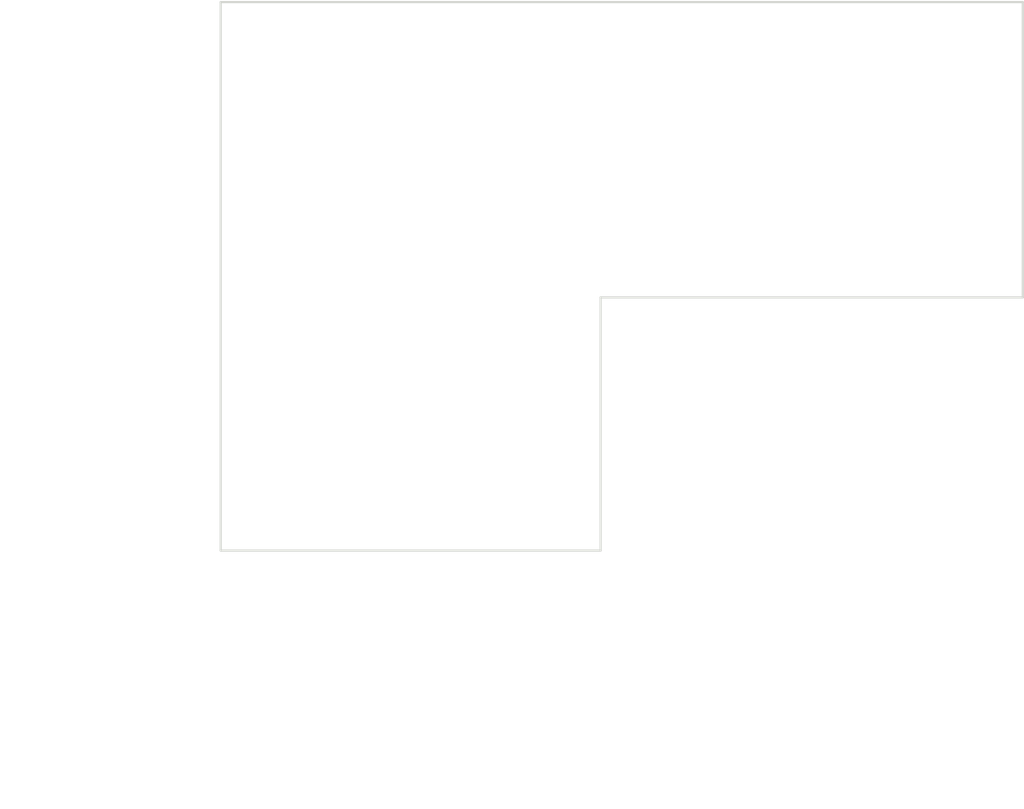
<source format=kicad_pcb>
(kicad_pcb
	(version 20241229)
	(generator "pcbnew")
	(generator_version "9.0")
	(general
		(thickness 1.6)
		(legacy_teardrops no)
	)
	(paper "A4")
	(layers
		(0 "F.Cu" signal)
		(2 "B.Cu" signal)
		(9 "F.Adhes" user "F.Adhesive")
		(11 "B.Adhes" user "B.Adhesive")
		(13 "F.Paste" user)
		(15 "B.Paste" user)
		(5 "F.SilkS" user "F.Silkscreen")
		(7 "B.SilkS" user "B.Silkscreen")
		(1 "F.Mask" user)
		(3 "B.Mask" user)
		(17 "Dwgs.User" user "User.Drawings")
		(19 "Cmts.User" user "User.Comments")
		(21 "Eco1.User" user "User.Eco1")
		(23 "Eco2.User" user "User.Eco2")
		(25 "Edge.Cuts" user)
		(27 "Margin" user)
		(31 "F.CrtYd" user "F.Courtyard")
		(29 "B.CrtYd" user "B.Courtyard")
		(35 "F.Fab" user)
		(33 "B.Fab" user)
		(39 "User.1" user)
		(41 "User.2" user)
		(43 "User.3" user)
		(45 "User.4" user)
	)
	(setup
		(pad_to_mask_clearance 0)
		(allow_soldermask_bridges_in_footprints no)
		(tenting front back)
		(pcbplotparams
			(layerselection 0x00000000_00000000_55555555_5755f5ff)
			(plot_on_all_layers_selection 0x00000000_00000000_00000000_00000000)
			(disableapertmacros no)
			(usegerberextensions yes)
			(usegerberattributes no)
			(usegerberadvancedattributes no)
			(creategerberjobfile no)
			(dashed_line_dash_ratio 12.000000)
			(dashed_line_gap_ratio 3.000000)
			(svgprecision 4)
			(plotframeref no)
			(mode 1)
			(useauxorigin no)
			(hpglpennumber 1)
			(hpglpenspeed 20)
			(hpglpendiameter 15.000000)
			(pdf_front_fp_property_popups yes)
			(pdf_back_fp_property_popups yes)
			(pdf_metadata yes)
			(pdf_single_document no)
			(dxfpolygonmode yes)
			(dxfimperialunits yes)
			(dxfusepcbnewfont yes)
			(psnegative no)
			(psa4output no)
			(plot_black_and_white yes)
			(sketchpadsonfab no)
			(plotpadnumbers no)
			(hidednponfab no)
			(sketchdnponfab yes)
			(crossoutdnponfab yes)
			(subtractmaskfromsilk yes)
			(outputformat 1)
			(mirror no)
			(drillshape 0)
			(scaleselection 1)
			(outputdirectory "prod/gerbers")
		)
	)
	(net 0 "")
	(gr_line
		(start 112.1 84.1)
		(end 112.1 77.1)
		(stroke
			(width 0.05)
			(type default)
		)
		(layer "Edge.Cuts")
		(uuid "1081ce36-baa2-459b-a8da-49faa38a26e2")
	)
	(gr_line
		(start 102.1 84.1)
		(end 112.1 84.1)
		(stroke
			(width 0.05)
			(type default)
		)
		(layer "Edge.Cuts")
		(uuid "16208bad-a0d8-4d1f-ae51-3b7a489a20e9")
	)
	(gr_line
		(start 93.1 90.1)
		(end 102.1 90.1)
		(stroke
			(width 0.05)
			(type default)
		)
		(layer "Edge.Cuts")
		(uuid "1a463bb0-0c40-4877-80e4-128bed496de1")
	)
	(gr_line
		(start 93.1 77.1)
		(end 93.1 90.1)
		(stroke
			(width 0.05)
			(type default)
		)
		(layer "Edge.Cuts")
		(uuid "1b313f64-b9b8-4640-981c-10c8fc4a794c")
	)
	(gr_line
		(start 93.1 77.1)
		(end 112.1 77.1)
		(stroke
			(width 0.05)
			(type default)
		)
		(layer "Edge.Cuts")
		(uuid "4ebf2b8a-030a-428f-acb1-68451772d43c")
	)
	(gr_line
		(start 102.1 90.1)
		(end 102.1 84.1)
		(stroke
			(width 0.05)
			(type default)
		)
		(layer "Edge.Cuts")
		(uuid "b267af86-4ffb-44a6-be4c-a35400183fc1")
	)
	(dimension
		(type orthogonal)
		(layer "Cmts.User")
		(uuid "27f3ec94-8ee7-4a8d-960b-2bcd4d17e8f6")
		(pts
			(xy 93.1 90.1) (xy 102.1 90.1)
		)
		(height 5.5)
		(orientation 0)
		(format
			(prefix "")
			(suffix "")
			(units 3)
			(units_format 0)
			(precision 4)
			(suppress_zeroes yes)
		)
		(style
			(thickness 0.1)
			(arrow_length 1.27)
			(text_position_mode 0)
			(arrow_direction outward)
			(extension_height 0.58642)
			(extension_offset 0.5)
			(keep_text_aligned yes)
		)
		(gr_text "9"
			(at 97.6 94.45 0)
			(layer "Cmts.User")
			(uuid "27f3ec94-8ee7-4a8d-960b-2bcd4d17e8f6")
			(effects
				(font
					(size 1 1)
					(thickness 0.15)
				)
			)
		)
	)
	(dimension
		(type orthogonal)
		(layer "Cmts.User")
		(uuid "4d30a6ca-8df3-4913-b1d7-c36604ba601a")
		(pts
			(xy 93.1 90.1) (xy 93.1 77.1)
		)
		(height -3)
		(orientation 1)
		(format
			(prefix "")
			(suffix "")
			(units 3)
			(units_format 0)
			(precision 4)
			(suppress_zeroes yes)
		)
		(style
			(thickness 0.1)
			(arrow_length 1.27)
			(text_position_mode 0)
			(arrow_direction outward)
			(extension_height 0.58642)
			(extension_offset 0.5)
			(keep_text_aligned yes)
		)
		(gr_text "13"
			(at 88.95 83.6 90)
			(layer "Cmts.User")
			(uuid "4d30a6ca-8df3-4913-b1d7-c36604ba601a")
			(effects
				(font
					(size 1 1)
					(thickness 0.15)
				)
			)
		)
	)
	(dimension
		(type orthogonal)
		(layer "Cmts.User")
		(uuid "c8175589-787d-4021-a1d2-ce6478027ef9")
		(pts
			(xy 102.1 84.1) (xy 112.1 84.1)
		)
		(height 3.5)
		(orientation 0)
		(format
			(prefix "")
			(suffix "")
			(units 3)
			(units_format 0)
			(precision 4)
			(suppress_zeroes yes)
		)
		(style
			(thickness 0.1)
			(arrow_length 1.27)
			(text_position_mode 0)
			(arrow_direction outward)
			(extension_height 0.58642)
			(extension_offset 0.5)
			(keep_text_aligned yes)
		)
		(gr_text "10"
			(at 107.1 86.45 0)
			(layer "Cmts.User")
			(uuid "c8175589-787d-4021-a1d2-ce6478027ef9")
			(effects
				(font
					(size 1 1)
					(thickness 0.15)
				)
			)
		)
	)
	(embedded_fonts no)
)

</source>
